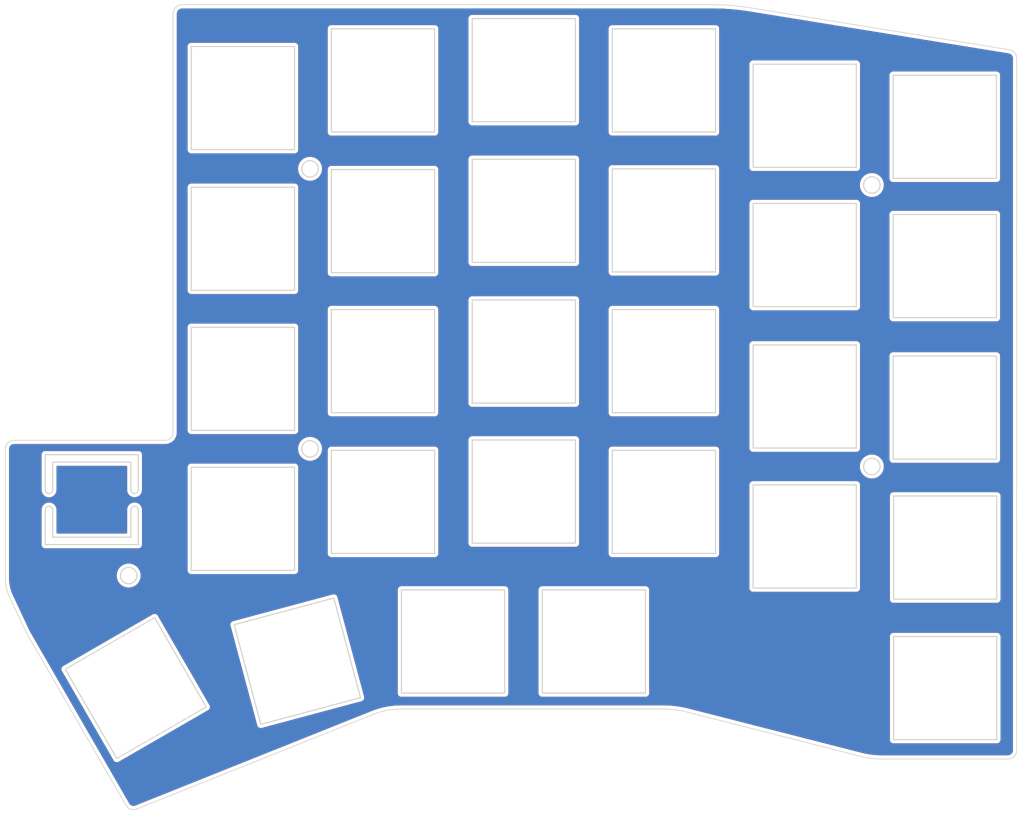
<source format=kicad_pcb>
(kicad_pcb (version 20211014) (generator pcbnew)
  (layers (0 "F.Cu" signal) (31 "B.Cu" signal) (34 "B.Paste" user) (35 "F.Paste" user) (36 "B.SilkS" user "B.Silkscreen") (37 "F.SilkS" user "F.Silkscreen") (38 "B.Mask" user) (39 "F.Mask" user) (44 "Edge.Cuts" user))
  (net 0 "")
  (gr_line (start 94.45232 157.28083) (end 94.330636 157.10843) (layer "Edge.Cuts") (width 0.1))
  (gr_rect (start 198.38125 96.1125) (end 212.37665 110.1079) (layer "Edge.Cuts") (width 0.15) (fill none))
  (gr_line (start 78.048309 108.263668) (end 78.1548 108.067979) (layer "Edge.Cuts") (width 0.1))
  (gr_rect (start 103.18125 111.2125) (end 117.17665 125.2079) (layer "Edge.Cuts") (width 0.15) (fill none))
  (gr_line (start 214.156691 54.557646) (end 214.358361 54.609276) (layer "Edge.Cuts") (width 0.1))
  (gr_line (start 195.276161 150.7056) (end 194.47835 150.5692) (layer "Edge.Cuts") (width 0.1))
  (gr_line (start 94.98125 110.5125) (end 94.98125 114.275) (layer "Edge.Cuts") (width 0.15))
  (gr_line (start 130.180856 144.132602) (end 129.701391 144.213202) (layer "Edge.Cuts") (width 0.1))
  (gr_rect (start 103.18125 92.2125) (end 117.17665 106.2079) (layer "Edge.Cuts") (width 0.15) (fill none))
  (gr_rect (start 198.38125 76.9125) (end 212.37665 90.9079) (layer "Edge.Cuts") (width 0.15) (fill none))
  (gr_line (start 80.856185 133.765908) (end 80.811035 133.679408) (layer "Edge.Cuts") (width 0.1))
  (gr_line (start 77.956507 126.294995) (end 77.957103 108.712204) (layer "Edge.Cuts") (width 0.1))
  (gr_line (start 214.820821 150.426755) (end 214.664841 150.567685) (layer "Edge.Cuts") (width 0.1))
  (gr_line (start 84.38125 120.7125) (end 94.98125 120.7125) (layer "Edge.Cuts") (width 0.15))
  (gr_line (start 214.948731 150.259935) (end 214.820821 150.426755) (layer "Edge.Cuts") (width 0.1))
  (gr_line (start 214.484581 150.678604) (end 214.283851 150.755404) (layer "Edge.Cuts") (width 0.1))
  (gr_rect (start 160.28125 51.7125) (end 174.27665 65.7079) (layer "Edge.Cuts") (width 0.15) (fill none))
  (gr_line (start 128.75639 144.442381) (end 128.29248 144.590601) (layer "Edge.Cuts") (width 0.1))
  (gr_rect (start 179.38125 113.6125) (end 193.37665 127.6079) (layer "Edge.Cuts") (width 0.15) (fill none))
  (gr_line (start 131.637358 144.028412) (end 131.149652 144.040002) (layer "Edge.Cuts") (width 0.1))
  (gr_line (start 128.29248 144.590601) (end 127.835378 144.761051) (layer "Edge.Cuts") (width 0.1))
  (gr_line (start 100.622949 106.8964) (end 100.683949 106.695659) (layer "Edge.Cuts") (width 0.1))
  (gr_rect (start 122.18125 70.8125) (end 136.17665 84.8079) (layer "Edge.Cuts") (width 0.15) (fill none))
  (gr_rect (start 198.43125 115.1125) (end 212.42665 129.1079) (layer "Edge.Cuts") (width 0.15) (fill none))
  (gr_rect (start 141.28125 50.3225) (end 155.27665 64.3179) (layer "Edge.Cuts") (width 0.15) (fill none))
  (gr_line (start 214.543121 54.693966) (end 214.707871 54.8081) (layer "Edge.Cuts") (width 0.1))
  (gr_line (start 215.105631 55.487071) (end 215.124431 55.694402) (layer "Edge.Cuts") (width 0.1))
  (gr_line (start 78.509729 128.77593) (end 78.38135 128.481613) (layer "Edge.Cuts") (width 0.1))
  (gr_circle (center 119.28125 70.7125) (end 120.39885 70.7125) (layer "Edge.Cuts") (width 0.15) (fill none))
  (gr_line (start 78.035467 127.252144) (end 77.991687 126.935258) (layer "Edge.Cuts") (width 0.1))
  (gr_line (start 78.29571 107.897505) (end 78.466409 107.756869) (layer "Edge.Cuts") (width 0.1))
  (gr_line (start 214.849571 54.948082) (end 214.965131 55.110307) (layer "Edge.Cuts") (width 0.1))
  (gr_rect (start 160.28125 70.7125) (end 174.27665 84.7079) (layer "Edge.Cuts") (width 0.15) (fill none))
  (gr_rect (start 179.38125 94.6125) (end 193.37665 108.6079) (layer "Edge.Cuts") (width 0.15) (fill none))
  (gr_rect (start 103.18125 54.1125) (end 117.17665 68.1079) (layer "Edge.Cuts") (width 0.15) (fill none))
  (gr_line (start 177.566981 48.65437) (end 178.591671 48.792276) (layer "Edge.Cuts") (width 0.1))
  (gr_line (start 95.756452 157.60198) (end 95.554226 157.66228) (layer "Edge.Cuts") (width 0.1))
  (gr_line (start 174.192057 48.437985) (end 175.225631 48.465825) (layer "Edge.Cuts") (width 0.1))
  (gr_line (start 100.729929 49.425527) (end 100.801999 49.193348) (layer "Edge.Cuts") (width 0.1))
  (gr_rect (start 198.38125 58.0125) (end 212.37665 72.0079) (layer "Edge.Cuts") (width 0.15) (fill none))
  (gr_circle (center 94.68125 125.9125) (end 95.79885 125.9125) (layer "Edge.Cuts") (width 0.15) (fill none))
  (gr_line (start 168.990328 144.156612) (end 168.51992 144.100612) (layer "Edge.Cuts") (width 0.1))
  (gr_line (start 214.283851 150.755404) (end 214.066441 150.794004) (layer "Edge.Cuts") (width 0.1))
  (gr_line (start 78.096477 127.565929) (end 78.035467 127.252144) (layer "Edge.Cuts") (width 0.1))
  (gr_line (start 193.690701 150.3789) (end 170.846259 144.53898) (layer "Edge.Cuts") (width 0.1))
  (gr_rect (start 160.28125 108.9125) (end 174.27665 122.9079) (layer "Edge.Cuts") (width 0.15) (fill none))
  (gr_line (start 78.269577 128.181369) (end 78.174567 127.875907) (layer "Edge.Cuts") (width 0.1))
  (gr_line (start 214.066441 150.794004) (end 213.81085 150.8125) (layer "Edge.Cuts") (width 0.1))
  (gr_line (start 101.46024 48.535105) (end 101.692418 48.463035) (layer "Edge.Cuts") (width 0.1))
  (gr_rect (start 150.78125 127.8625) (end 164.77665 141.8579) (layer "Edge.Cuts") (width 0.15) (fill none))
  (gr_rect (start 122.18125 89.8125) (end 136.17665 103.8079) (layer "Edge.Cuts") (width 0.15) (fill none))
  (gr_line (start 100.040997 107.478352) (end 100.226077 107.379542) (layer "Edge.Cuts") (width 0.1))
  (gr_line (start 95.147098 157.67018) (end 94.951496 157.62108) (layer "Edge.Cuts") (width 0.1))
  (gr_line (start 196.08137 150.7877) (end 195.276161 150.7056) (layer "Edge.Cuts") (width 0.1))
  (gr_line (start 168.047753 144.060512) (end 167.574228 144.036412) (layer "Edge.Cuts") (width 0.1))
  (gr_line (start 83.38125 121.7125) (end 83.38125 117.00625) (layer "Edge.Cuts") (width 0.15))
  (gr_rect (start 141.28125 88.5125) (end 155.27665 102.5079) (layer "Edge.Cuts") (width 0.15) (fill none))
  (gr_line (start 101.250134 48.649147) (end 101.46024 48.535105) (layer "Edge.Cuts") (width 0.1))
  (gr_line (start 214.965131 55.110307) (end 215.051531 55.291172) (layer "Edge.Cuts") (width 0.1))
  (gr_line (start 99.629494 107.560202) (end 99.840256 107.539352) (layer "Edge.Cuts") (width 0.1))
  (gr_arc (start 95.98125 114.275) (mid 95.48125 114.775) (end 94.98125 114.275) (layer "Edge.Cuts") (width 0.15))
  (gr_line (start 84.38125 110.5125) (end 94.98125 110.5125) (layer "Edge.Cuts") (width 0.15))
  (gr_arc (start 94.98125 117.00625) (mid 95.48125 116.50625) (end 95.98125 117.00625) (layer "Edge.Cuts") (width 0.15))
  (gr_line (start 214.707871 54.8081) (end 214.849571 54.948082) (layer "Edge.Cuts") (width 0.1))
  (gr_line (start 78.466409 107.756869) (end 78.662268 107.650692) (layer "Edge.Cuts") (width 0.1))
  (gr_rect (start 179.38125 56.5125) (end 193.37665 70.5079) (layer "Edge.Cuts") (width 0.15) (fill none))
  (gr_line (start 129.226298 144.316521) (end 128.75639 144.442381) (layer "Edge.Cuts") (width 0.1))
  (gr_rect (start 122.18125 108.9125) (end 136.17665 122.9079) (layer "Edge.Cuts") (width 0.15) (fill none))
  (gr_line (start 167.574228 144.036412) (end 167.08755 144.028412) (layer "Edge.Cuts") (width 0.1))
  (gr_line (start 83.38125 114.275) (end 83.38125 109.5125) (layer "Edge.Cuts") (width 0.15))
  (gr_line (start 100.801999 49.193348) (end 100.91604 48.983243) (layer "Edge.Cuts") (width 0.1))
  (gr_line (start 100.524139 107.08148) (end 100.622949 106.8964) (layer "Edge.Cuts") (width 0.1))
  (gr_line (start 101.067077 48.800184) (end 101.250134 48.649147) (layer "Edge.Cuts") (width 0.1))
  (gr_line (start 78.878658 107.583592) (end 79.11095 107.560202) (layer "Edge.Cuts") (width 0.1))
  (gr_line (start 94.767399 157.53878) (end 94.599457 157.42482) (layer "Edge.Cuts") (width 0.1))
  (gr_line (start 100.226077 107.379542) (end 100.389853 107.245256) (layer "Edge.Cuts") (width 0.1))
  (gr_line (start 77.980867 108.47995) (end 78.048309 108.263668) (layer "Edge.Cuts") (width 0.1))
  (gr_arc (start 84.38125 114.275) (mid 83.88125 114.785831) (end 83.38125 114.275) (layer "Edge.Cuts") (width 0.15))
  (gr_line (start 77.965307 126.615972) (end 77.956507 126.294995) (layer "Edge.Cuts") (width 0.1))
  (gr_line (start 213.81085 150.8125) (end 213.58225 150.8125) (layer "Edge.Cuts") (width 0.1))
  (gr_line (start 100.91604 48.983243) (end 101.067077 48.800184) (layer "Edge.Cuts") (width 0.1))
  (gr_line (start 214.358361 54.609276) (end 214.543121 54.693966) (layer "Edge.Cuts") (width 0.1))
  (gr_line (start 127.835378 144.761051) (end 95.756452 157.60198) (layer "Edge.Cuts") (width 0.1))
  (gr_rect (start 160.28125 89.8125) (end 174.27665 103.8079) (layer "Edge.Cuts") (width 0.15) (fill none))
  (gr_line (start 79.11095 107.560202) (end 99.629494 107.560202) (layer "Edge.Cuts") (width 0.1))
  (gr_line (start 167.08755 144.028412) (end 131.637358 144.028412) (layer "Edge.Cuts") (width 0.1))
  (gr_line (start 196.88175 150.8125) (end 196.08137 150.7877) (layer "Edge.Cuts") (width 0.1))
  (gr_line (start 95.98125 121.7125) (end 83.38125 121.7125) (layer "Edge.Cuts") (width 0.15))
  (gr_line (start 83.38125 109.5125) (end 95.98125 109.5125) (layer "Edge.Cuts") (width 0.15))
  (gr_line (start 214.664841 150.567685) (end 214.484581 150.678604) (layer "Edge.Cuts") (width 0.1))
  (gr_rect (start 141.28125 107.5125) (end 155.27665 121.5079) (layer "Edge.Cuts") (width 0.15) (fill none))
  (gr_line (start 100.389853 107.245256) (end 100.524139 107.08148) (layer "Edge.Cuts") (width 0.1))
  (gr_line (start 77.991687 126.935258) (end 77.965307 126.615972) (layer "Edge.Cuts") (width 0.1))
  (gr_line (start 95.349558 157.68448) (end 95.147098 157.67018) (layer "Edge.Cuts") (width 0.1))
  (gr_line (start 100.683949 106.695659) (end 100.704799 106.484897) (layer "Edge.Cuts") (width 0.1))
  (gr_line (start 170.386939 144.41974) (end 169.924241 144.316212) (layer "Edge.Cuts") (width 0.1))
  (gr_line (start 94.330636 157.10843) (end 80.856185 133.765908) (layer "Edge.Cuts") (width 0.1))
  (gr_line (start 131.149652 144.040002) (end 130.663879 144.074802) (layer "Edge.Cuts") (width 0.1))
  (gr_line (start 215.105131 149.865066) (end 215.044731 150.071335) (layer "Edge.Cuts") (width 0.1))
  (gr_poly (pts (xy 86.079072 138.620322) (xy 98.199444 131.622622) (xy 105.197143 143.742994) (xy 93.076772 150.740694)) (layer "Edge.Cuts") (width 0.15) (fill none))
  (gr_line (start 99.840256 107.539352) (end 100.040997 107.478352) (layer "Edge.Cuts") (width 0.1))
  (gr_line (start 78.1548 108.067979) (end 78.29571 107.897505) (layer "Edge.Cuts") (width 0.1))
  (gr_line (start 84.38125 117.00625) (end 84.38125 120.7125) (layer "Edge.Cuts") (width 0.15))
  (gr_circle (center 195.48125 72.9125) (end 196.59885 72.9125) (layer "Edge.Cuts") (width 0.15) (fill none))
  (gr_line (start 80.811035 133.679408) (end 78.509729 128.77593) (layer "Edge.Cuts") (width 0.1))
  (gr_line (start 169.458569 144.228512) (end 168.990328 144.156612) (layer "Edge.Cuts") (width 0.1))
  (gr_line (start 95.98125 117.00625) (end 95.98125 121.7125) (layer "Edge.Cuts") (width 0.15))
  (gr_line (start 94.98125 120.7125) (end 94.98125 117.00625) (layer "Edge.Cuts") (width 0.15))
  (gr_rect (start 131.68125 127.8625) (end 145.67665 141.8579) (layer "Edge.Cuts") (width 0.15) (fill none))
  (gr_line (start 78.662268 107.650692) (end 78.878658 107.583592) (layer "Edge.Cuts") (width 0.1))
  (gr_line (start 94.599457 157.42482) (end 94.45232 157.28083) (layer "Edge.Cuts") (width 0.1))
  (gr_line (start 215.124431 55.694402) (end 215.11895 149.6568) (layer "Edge.Cuts") (width 0.1))
  (gr_line (start 130.663879 144.074802) (end 130.180856 144.132602) (layer "Edge.Cuts") (width 0.1))
  (gr_line (start 78.174567 127.875907) (end 78.096477 127.565929) (layer "Edge.Cuts") (width 0.1))
  (gr_line (start 78.38135 128.481613) (end 78.269577 128.181369) (layer "Edge.Cuts") (width 0.1))
  (gr_line (start 94.951496 157.62108) (end 94.767399 157.53878) (layer "Edge.Cuts") (width 0.1))
  (gr_line (start 178.591671 48.792276) (end 214.156691 54.557646) (layer "Edge.Cuts") (width 0.1))
  (gr_line (start 100.704799 49.674806) (end 100.729929 49.425527) (layer "Edge.Cuts") (width 0.1))
  (gr_circle (center 119.28125 108.7125) (end 120.39885 108.7125) (layer "Edge.Cuts") (width 0.15) (fill none))
  (gr_line (start 95.98125 109.5125) (end 95.98125 114.275) (layer "Edge.Cuts") (width 0.15))
  (gr_line (start 95.554226 157.66228) (end 95.349558 157.68448) (layer "Edge.Cuts") (width 0.1))
  (gr_line (start 170.846259 144.53898) (end 170.386939 144.41974) (layer "Edge.Cuts") (width 0.1))
  (gr_line (start 213.58225 150.8125) (end 196.88175 150.8125) (layer "Edge.Cuts") (width 0.1))
  (gr_line (start 84.38125 114.275) (end 84.38125 110.5125) (layer "Edge.Cuts") (width 0.15))
  (gr_line (start 175.225631 48.465825) (end 176.397781 48.541755) (layer "Edge.Cuts") (width 0.1))
  (gr_line (start 101.941697 48.437905) (end 174.192057 48.437985) (layer "Edge.Cuts") (width 0.1))
  (gr_line (start 215.044731 150.071335) (end 214.948731 150.259935) (layer "Edge.Cuts") (width 0.1))
  (gr_rect (start 141.28125 69.4125) (end 155.27665 83.4079) (layer "Edge.Cuts") (width 0.15) (fill none))
  (gr_line (start 176.397781 48.541755) (end 177.566981 48.65437) (layer "Edge.Cuts") (width 0.1))
  (gr_rect (start 103.18125 73.2125) (end 117.17665 87.2079) (layer "Edge.Cuts") (width 0.15) (fill none))
  (gr_rect (start 122.18125 51.7125) (end 136.17665 65.7079) (layer "Edge.Cuts") (width 0.15) (fill none))
  (gr_line (start 215.051531 55.291172) (end 215.105631 55.487071) (layer "Edge.Cuts") (width 0.1))
  (gr_line (start 100.704799 106.484897) (end 100.704799 49.674806) (layer "Edge.Cuts") (width 0.1))
  (gr_line (start 101.692418 48.463035) (end 101.941697 48.437905) (layer "Edge.Cuts") (width 0.1))
  (gr_line (start 169.924241 144.316212) (end 169.458569 144.228512) (layer "Edge.Cuts") (width 0.1))
  (gr_circle (center 195.48125 111.1125) (end 196.59885 111.1125) (layer "Edge.Cuts") (width 0.15) (fill none))
  (gr_line (start 77.957103 108.712204) (end 77.980867 108.47995) (layer "Edge.Cuts") (width 0.1))
  (gr_line (start 168.51992 144.100612) (end 168.047753 144.060512) (layer "Edge.Cuts") (width 0.1))
  (gr_rect (start 198.42885 134.185901) (end 212.42425 148.181301) (layer "Edge.Cuts") (width 0.15) (fill none))
  (gr_poly (pts (xy 108.988036 132.582753) (xy 122.506554 128.960477) (xy 126.12883 142.478995) (xy 112.610312 146.101271)) (layer "Edge.Cuts") (width 0.15) (fill none))
  (gr_arc (start 83.38125 117.00625) (mid 83.88125 116.50625) (end 84.38125 117.00625) (layer "Edge.Cuts") (width 0.15))
  (gr_line (start 215.11895 149.6568) (end 215.105131 149.865066) (layer "Edge.Cuts") (width 0.1))
  (gr_line (start 129.701391 144.213202) (end 129.226298 144.316521) (layer "Edge.Cuts") (width 0.1))
  (gr_line (start 194.47835 150.5692) (end 193.690701 150.3789) (layer "Edge.Cuts") (width 0.1))
  (gr_rect (start 179.38125 75.4125) (end 193.37665 89.4079) (layer "Edge.Cuts") (width 0.15) (fill none))
  (zone (net 0) (net_name "") (layers F&B.Cu) (connect_pads (clearance 0.508)) (min_thickness 0.254) (fill yes (thermal_gap 0.508) (thermal_bridge_width 0.508))
    (polygon (pts (xy 216.1375 151.78125) (xy 195.5 151.78125) (xy 168.5125 145.43125) (xy 128.825 145.43125) (xy 94.69375 158.925) (xy 77.23125 128.7625) (xy 77.23125 106.5375) (xy 99.45625 106.5375) (xy 99.45625 47.8) (xy 177.24375 47.8) (xy 216.1375 54.15)))
  )
)
</source>
